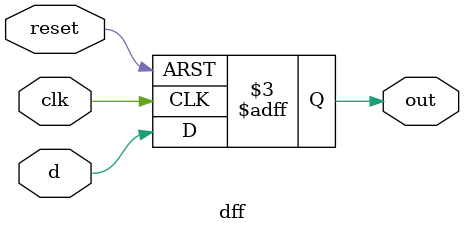
<source format=v>
module dff(clk,reset,d,out);
input clk;
input reset;
input d;
output out;
reg out;
always @ (posedge clk or negedge reset)
begin
if(~reset)
out<=0;
else
out <= d;
end
endmodule

</source>
